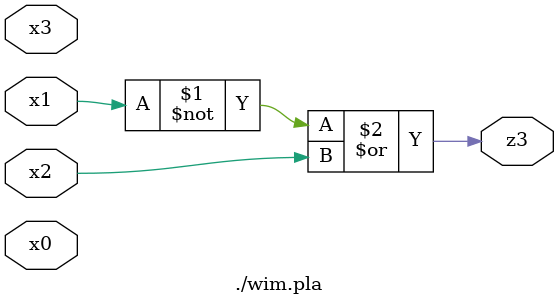
<source format=v>

module \./wim.pla  ( 
    x0, x1, x2, x3,
    z3  );
  input  x0, x1, x2, x3;
  output z3;
  assign z3 = ~x1 | x2;
endmodule



</source>
